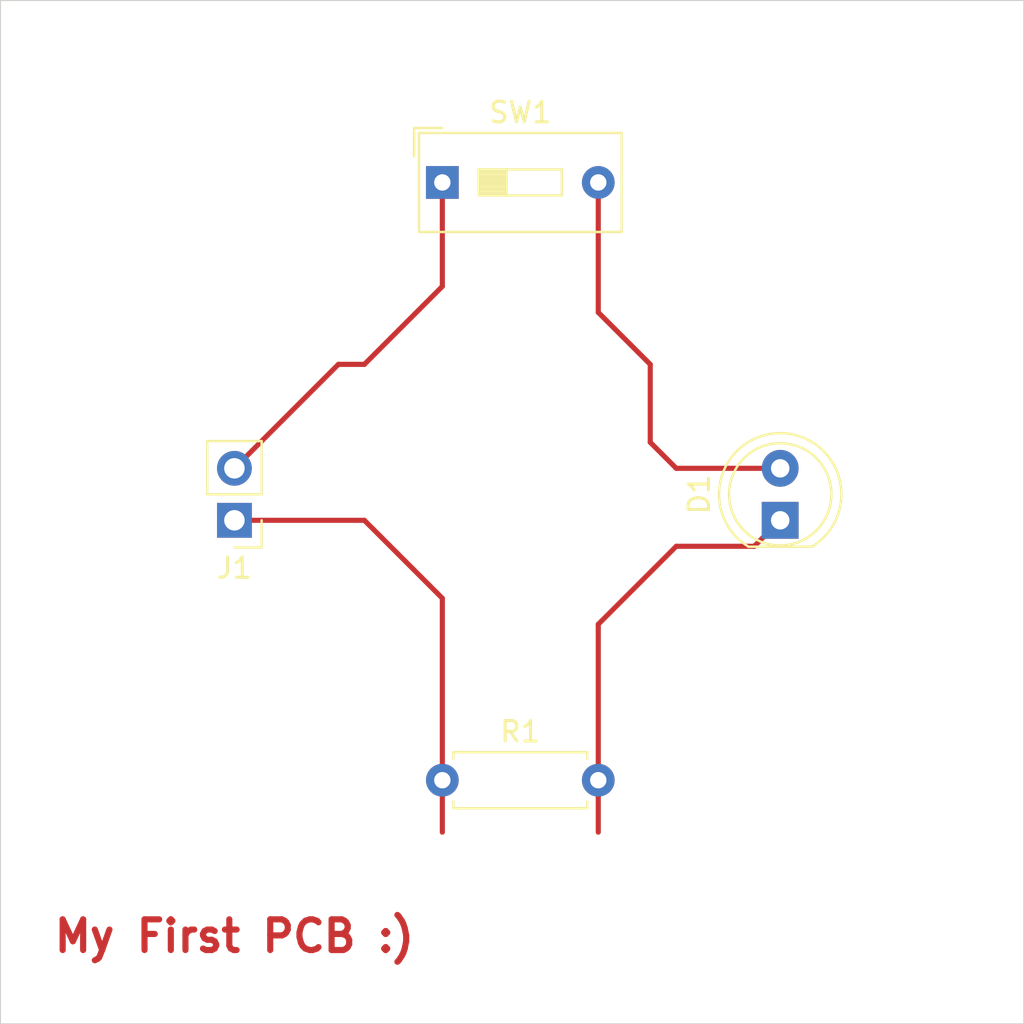
<source format=kicad_pcb>
(kicad_pcb (version 20171130) (host pcbnew "(5.1.10)-1")

  (general
    (thickness 1.6)
    (drawings 5)
    (tracks 16)
    (zones 0)
    (modules 4)
    (nets 5)
  )

  (page A4)
  (layers
    (0 F.Cu signal)
    (31 B.Cu signal)
    (32 B.Adhes user)
    (33 F.Adhes user)
    (34 B.Paste user)
    (35 F.Paste user)
    (36 B.SilkS user)
    (37 F.SilkS user)
    (38 B.Mask user)
    (39 F.Mask user)
    (40 Dwgs.User user)
    (41 Cmts.User user)
    (42 Eco1.User user)
    (43 Eco2.User user)
    (44 Edge.Cuts user)
    (45 Margin user)
    (46 B.CrtYd user)
    (47 F.CrtYd user)
    (48 B.Fab user)
    (49 F.Fab user)
  )

  (setup
    (last_trace_width 0.25)
    (trace_clearance 0.2)
    (zone_clearance 0.508)
    (zone_45_only no)
    (trace_min 0.2)
    (via_size 0.8)
    (via_drill 0.4)
    (via_min_size 0.4)
    (via_min_drill 0.3)
    (uvia_size 0.3)
    (uvia_drill 0.1)
    (uvias_allowed no)
    (uvia_min_size 0.2)
    (uvia_min_drill 0.1)
    (edge_width 0.05)
    (segment_width 0.2)
    (pcb_text_width 0.3)
    (pcb_text_size 1.5 1.5)
    (mod_edge_width 0.12)
    (mod_text_size 1 1)
    (mod_text_width 0.15)
    (pad_size 1.524 1.524)
    (pad_drill 0.762)
    (pad_to_mask_clearance 0)
    (aux_axis_origin 0 0)
    (visible_elements FFFFFF7F)
    (pcbplotparams
      (layerselection 0x010fc_ffffffff)
      (usegerberextensions false)
      (usegerberattributes true)
      (usegerberadvancedattributes true)
      (creategerberjobfile true)
      (excludeedgelayer true)
      (linewidth 0.100000)
      (plotframeref false)
      (viasonmask false)
      (mode 1)
      (useauxorigin false)
      (hpglpennumber 1)
      (hpglpenspeed 20)
      (hpglpendiameter 15.000000)
      (psnegative false)
      (psa4output false)
      (plotreference true)
      (plotvalue true)
      (plotinvisibletext false)
      (padsonsilk false)
      (subtractmaskfromsilk false)
      (outputformat 1)
      (mirror false)
      (drillshape 1)
      (scaleselection 1)
      (outputdirectory ""))
  )

  (net 0 "")
  (net 1 "Net-(D1-Pad2)")
  (net 2 "Net-(D1-Pad1)")
  (net 3 +5V)
  (net 4 GND)

  (net_class Default "This is the default net class."
    (clearance 0.2)
    (trace_width 0.25)
    (via_dia 0.8)
    (via_drill 0.4)
    (uvia_dia 0.3)
    (uvia_drill 0.1)
    (add_net +5V)
    (add_net GND)
    (add_net "Net-(D1-Pad1)")
    (add_net "Net-(D1-Pad2)")
  )

  (module Resistor_THT:R_Axial_DIN0207_L6.3mm_D2.5mm_P7.62mm_Horizontal (layer F.Cu) (tedit 5AE5139B) (tstamp 617503D9)
    (at 149.86 101.6)
    (descr "Resistor, Axial_DIN0207 series, Axial, Horizontal, pin pitch=7.62mm, 0.25W = 1/4W, length*diameter=6.3*2.5mm^2, http://cdn-reichelt.de/documents/datenblatt/B400/1_4W%23YAG.pdf")
    (tags "Resistor Axial_DIN0207 series Axial Horizontal pin pitch 7.62mm 0.25W = 1/4W length 6.3mm diameter 2.5mm")
    (path /61721176)
    (fp_text reference R1 (at 3.81 -2.37) (layer F.SilkS)
      (effects (font (size 1 1) (thickness 0.15)))
    )
    (fp_text value R (at 3.81 2.37) (layer F.Fab)
      (effects (font (size 1 1) (thickness 0.15)))
    )
    (fp_text user %R (at 3.81 0) (layer F.Fab)
      (effects (font (size 1 1) (thickness 0.15)))
    )
    (fp_line (start 0.66 -1.25) (end 0.66 1.25) (layer F.Fab) (width 0.1))
    (fp_line (start 0.66 1.25) (end 6.96 1.25) (layer F.Fab) (width 0.1))
    (fp_line (start 6.96 1.25) (end 6.96 -1.25) (layer F.Fab) (width 0.1))
    (fp_line (start 6.96 -1.25) (end 0.66 -1.25) (layer F.Fab) (width 0.1))
    (fp_line (start 0 0) (end 0.66 0) (layer F.Fab) (width 0.1))
    (fp_line (start 7.62 0) (end 6.96 0) (layer F.Fab) (width 0.1))
    (fp_line (start 0.54 -1.04) (end 0.54 -1.37) (layer F.SilkS) (width 0.12))
    (fp_line (start 0.54 -1.37) (end 7.08 -1.37) (layer F.SilkS) (width 0.12))
    (fp_line (start 7.08 -1.37) (end 7.08 -1.04) (layer F.SilkS) (width 0.12))
    (fp_line (start 0.54 1.04) (end 0.54 1.37) (layer F.SilkS) (width 0.12))
    (fp_line (start 0.54 1.37) (end 7.08 1.37) (layer F.SilkS) (width 0.12))
    (fp_line (start 7.08 1.37) (end 7.08 1.04) (layer F.SilkS) (width 0.12))
    (fp_line (start -1.05 -1.5) (end -1.05 1.5) (layer F.CrtYd) (width 0.05))
    (fp_line (start -1.05 1.5) (end 8.67 1.5) (layer F.CrtYd) (width 0.05))
    (fp_line (start 8.67 1.5) (end 8.67 -1.5) (layer F.CrtYd) (width 0.05))
    (fp_line (start 8.67 -1.5) (end -1.05 -1.5) (layer F.CrtYd) (width 0.05))
    (pad 2 thru_hole oval (at 7.62 0) (size 1.6 1.6) (drill 0.8) (layers *.Cu *.Mask)
      (net 2 "Net-(D1-Pad1)"))
    (pad 1 thru_hole circle (at 0 0) (size 1.6 1.6) (drill 0.8) (layers *.Cu *.Mask)
      (net 4 GND))
    (model ${KISYS3DMOD}/Resistor_THT.3dshapes/R_Axial_DIN0207_L6.3mm_D2.5mm_P7.62mm_Horizontal.wrl
      (at (xyz 0 0 0))
      (scale (xyz 1 1 1))
      (rotate (xyz 0 0 0))
    )
  )

  (module Connector_PinHeader_2.54mm:PinHeader_1x02_P2.54mm_Vertical (layer F.Cu) (tedit 59FED5CC) (tstamp 6174FE11)
    (at 139.7 88.9 180)
    (descr "Through hole straight pin header, 1x02, 2.54mm pitch, single row")
    (tags "Through hole pin header THT 1x02 2.54mm single row")
    (path /617579E7)
    (fp_text reference J1 (at 0 -2.33) (layer F.SilkS)
      (effects (font (size 1 1) (thickness 0.15)))
    )
    (fp_text value Screw_Terminal_01x02 (at 0 4.87) (layer F.Fab)
      (effects (font (size 1 1) (thickness 0.15)))
    )
    (fp_text user %R (at 0 1.27 90) (layer F.Fab)
      (effects (font (size 1 1) (thickness 0.15)))
    )
    (fp_line (start -0.635 -1.27) (end 1.27 -1.27) (layer F.Fab) (width 0.1))
    (fp_line (start 1.27 -1.27) (end 1.27 3.81) (layer F.Fab) (width 0.1))
    (fp_line (start 1.27 3.81) (end -1.27 3.81) (layer F.Fab) (width 0.1))
    (fp_line (start -1.27 3.81) (end -1.27 -0.635) (layer F.Fab) (width 0.1))
    (fp_line (start -1.27 -0.635) (end -0.635 -1.27) (layer F.Fab) (width 0.1))
    (fp_line (start -1.33 3.87) (end 1.33 3.87) (layer F.SilkS) (width 0.12))
    (fp_line (start -1.33 1.27) (end -1.33 3.87) (layer F.SilkS) (width 0.12))
    (fp_line (start 1.33 1.27) (end 1.33 3.87) (layer F.SilkS) (width 0.12))
    (fp_line (start -1.33 1.27) (end 1.33 1.27) (layer F.SilkS) (width 0.12))
    (fp_line (start -1.33 0) (end -1.33 -1.33) (layer F.SilkS) (width 0.12))
    (fp_line (start -1.33 -1.33) (end 0 -1.33) (layer F.SilkS) (width 0.12))
    (fp_line (start -1.8 -1.8) (end -1.8 4.35) (layer F.CrtYd) (width 0.05))
    (fp_line (start -1.8 4.35) (end 1.8 4.35) (layer F.CrtYd) (width 0.05))
    (fp_line (start 1.8 4.35) (end 1.8 -1.8) (layer F.CrtYd) (width 0.05))
    (fp_line (start 1.8 -1.8) (end -1.8 -1.8) (layer F.CrtYd) (width 0.05))
    (pad 2 thru_hole oval (at 0 2.54 180) (size 1.7 1.7) (drill 1) (layers *.Cu *.Mask)
      (net 3 +5V))
    (pad 1 thru_hole rect (at 0 0 180) (size 1.7 1.7) (drill 1) (layers *.Cu *.Mask)
      (net 4 GND))
    (model ${KISYS3DMOD}/Connector_PinHeader_2.54mm.3dshapes/PinHeader_1x02_P2.54mm_Vertical.wrl
      (at (xyz 0 0 0))
      (scale (xyz 1 1 1))
      (rotate (xyz 0 0 0))
    )
  )

  (module LED_THT:LED_D5.0mm (layer F.Cu) (tedit 5995936A) (tstamp 6174FB90)
    (at 166.37 88.9 90)
    (descr "LED, diameter 5.0mm, 2 pins, http://cdn-reichelt.de/documents/datenblatt/A500/LL-504BC2E-009.pdf")
    (tags "LED diameter 5.0mm 2 pins")
    (path /6171CD4A)
    (fp_text reference D1 (at 1.27 -3.96 90) (layer F.SilkS)
      (effects (font (size 1 1) (thickness 0.15)))
    )
    (fp_text value LED (at 1.27 3.96 90) (layer F.Fab)
      (effects (font (size 1 1) (thickness 0.15)))
    )
    (fp_text user %R (at 1.25 0 90) (layer F.Fab)
      (effects (font (size 0.8 0.8) (thickness 0.2)))
    )
    (fp_arc (start 1.27 0) (end -1.29 1.54483) (angle -148.9) (layer F.SilkS) (width 0.12))
    (fp_arc (start 1.27 0) (end -1.29 -1.54483) (angle 148.9) (layer F.SilkS) (width 0.12))
    (fp_arc (start 1.27 0) (end -1.23 -1.469694) (angle 299.1) (layer F.Fab) (width 0.1))
    (fp_circle (center 1.27 0) (end 3.77 0) (layer F.Fab) (width 0.1))
    (fp_circle (center 1.27 0) (end 3.77 0) (layer F.SilkS) (width 0.12))
    (fp_line (start -1.23 -1.469694) (end -1.23 1.469694) (layer F.Fab) (width 0.1))
    (fp_line (start -1.29 -1.545) (end -1.29 1.545) (layer F.SilkS) (width 0.12))
    (fp_line (start -1.95 -3.25) (end -1.95 3.25) (layer F.CrtYd) (width 0.05))
    (fp_line (start -1.95 3.25) (end 4.5 3.25) (layer F.CrtYd) (width 0.05))
    (fp_line (start 4.5 3.25) (end 4.5 -3.25) (layer F.CrtYd) (width 0.05))
    (fp_line (start 4.5 -3.25) (end -1.95 -3.25) (layer F.CrtYd) (width 0.05))
    (pad 2 thru_hole circle (at 2.54 0 90) (size 1.8 1.8) (drill 0.9) (layers *.Cu *.Mask)
      (net 1 "Net-(D1-Pad2)"))
    (pad 1 thru_hole rect (at 0 0 90) (size 1.8 1.8) (drill 0.9) (layers *.Cu *.Mask)
      (net 2 "Net-(D1-Pad1)"))
    (model ${KISYS3DMOD}/LED_THT.3dshapes/LED_D5.0mm.wrl
      (at (xyz 0 0 0))
      (scale (xyz 1 1 1))
      (rotate (xyz 0 0 0))
    )
  )

  (module Button_Switch_THT:SW_DIP_SPSTx01_Slide_9.78x4.72mm_W7.62mm_P2.54mm (layer F.Cu) (tedit 5A4E1404) (tstamp 6174F895)
    (at 149.86 72.39)
    (descr "1x-dip-switch SPST , Slide, row spacing 7.62 mm (300 mils), body size 9.78x4.72mm (see e.g. https://www.ctscorp.com/wp-content/uploads/206-208.pdf)")
    (tags "DIP Switch SPST Slide 7.62mm 300mil")
    (path /6172081D)
    (fp_text reference SW1 (at 3.81 -3.42) (layer F.SilkS)
      (effects (font (size 1 1) (thickness 0.15)))
    )
    (fp_text value SW_DIP_x01 (at 3.81 3.42) (layer F.Fab)
      (effects (font (size 1 1) (thickness 0.15)))
    )
    (fp_text user on (at 5.365 -1.4975) (layer F.Fab)
      (effects (font (size 0.6 0.6) (thickness 0.09)))
    )
    (fp_text user %R (at 7.27 0 90) (layer F.Fab)
      (effects (font (size 0.6 0.6) (thickness 0.09)))
    )
    (fp_line (start -0.08 -2.36) (end 8.7 -2.36) (layer F.Fab) (width 0.1))
    (fp_line (start 8.7 -2.36) (end 8.7 2.36) (layer F.Fab) (width 0.1))
    (fp_line (start 8.7 2.36) (end -1.08 2.36) (layer F.Fab) (width 0.1))
    (fp_line (start -1.08 2.36) (end -1.08 -1.36) (layer F.Fab) (width 0.1))
    (fp_line (start -1.08 -1.36) (end -0.08 -2.36) (layer F.Fab) (width 0.1))
    (fp_line (start 1.78 -0.635) (end 1.78 0.635) (layer F.Fab) (width 0.1))
    (fp_line (start 1.78 0.635) (end 5.84 0.635) (layer F.Fab) (width 0.1))
    (fp_line (start 5.84 0.635) (end 5.84 -0.635) (layer F.Fab) (width 0.1))
    (fp_line (start 5.84 -0.635) (end 1.78 -0.635) (layer F.Fab) (width 0.1))
    (fp_line (start 1.78 -0.535) (end 3.133333 -0.535) (layer F.Fab) (width 0.1))
    (fp_line (start 1.78 -0.435) (end 3.133333 -0.435) (layer F.Fab) (width 0.1))
    (fp_line (start 1.78 -0.335) (end 3.133333 -0.335) (layer F.Fab) (width 0.1))
    (fp_line (start 1.78 -0.235) (end 3.133333 -0.235) (layer F.Fab) (width 0.1))
    (fp_line (start 1.78 -0.135) (end 3.133333 -0.135) (layer F.Fab) (width 0.1))
    (fp_line (start 1.78 -0.035) (end 3.133333 -0.035) (layer F.Fab) (width 0.1))
    (fp_line (start 1.78 0.065) (end 3.133333 0.065) (layer F.Fab) (width 0.1))
    (fp_line (start 1.78 0.165) (end 3.133333 0.165) (layer F.Fab) (width 0.1))
    (fp_line (start 1.78 0.265) (end 3.133333 0.265) (layer F.Fab) (width 0.1))
    (fp_line (start 1.78 0.365) (end 3.133333 0.365) (layer F.Fab) (width 0.1))
    (fp_line (start 1.78 0.465) (end 3.133333 0.465) (layer F.Fab) (width 0.1))
    (fp_line (start 1.78 0.565) (end 3.133333 0.565) (layer F.Fab) (width 0.1))
    (fp_line (start 3.133333 -0.635) (end 3.133333 0.635) (layer F.Fab) (width 0.1))
    (fp_line (start -1.14 -2.42) (end 8.76 -2.42) (layer F.SilkS) (width 0.12))
    (fp_line (start -1.14 2.42) (end 8.76 2.42) (layer F.SilkS) (width 0.12))
    (fp_line (start -1.14 -2.42) (end -1.14 2.42) (layer F.SilkS) (width 0.12))
    (fp_line (start 8.76 -2.42) (end 8.76 2.42) (layer F.SilkS) (width 0.12))
    (fp_line (start -1.38 -2.66) (end 0.004 -2.66) (layer F.SilkS) (width 0.12))
    (fp_line (start -1.38 -2.66) (end -1.38 -1.277) (layer F.SilkS) (width 0.12))
    (fp_line (start 1.78 -0.635) (end 1.78 0.635) (layer F.SilkS) (width 0.12))
    (fp_line (start 1.78 0.635) (end 5.84 0.635) (layer F.SilkS) (width 0.12))
    (fp_line (start 5.84 0.635) (end 5.84 -0.635) (layer F.SilkS) (width 0.12))
    (fp_line (start 5.84 -0.635) (end 1.78 -0.635) (layer F.SilkS) (width 0.12))
    (fp_line (start 1.78 -0.515) (end 3.133333 -0.515) (layer F.SilkS) (width 0.12))
    (fp_line (start 1.78 -0.395) (end 3.133333 -0.395) (layer F.SilkS) (width 0.12))
    (fp_line (start 1.78 -0.275) (end 3.133333 -0.275) (layer F.SilkS) (width 0.12))
    (fp_line (start 1.78 -0.155) (end 3.133333 -0.155) (layer F.SilkS) (width 0.12))
    (fp_line (start 1.78 -0.035) (end 3.133333 -0.035) (layer F.SilkS) (width 0.12))
    (fp_line (start 1.78 0.085) (end 3.133333 0.085) (layer F.SilkS) (width 0.12))
    (fp_line (start 1.78 0.205) (end 3.133333 0.205) (layer F.SilkS) (width 0.12))
    (fp_line (start 1.78 0.325) (end 3.133333 0.325) (layer F.SilkS) (width 0.12))
    (fp_line (start 1.78 0.445) (end 3.133333 0.445) (layer F.SilkS) (width 0.12))
    (fp_line (start 1.78 0.565) (end 3.133333 0.565) (layer F.SilkS) (width 0.12))
    (fp_line (start 3.133333 -0.635) (end 3.133333 0.635) (layer F.SilkS) (width 0.12))
    (fp_line (start -1.35 -2.7) (end -1.35 2.7) (layer F.CrtYd) (width 0.05))
    (fp_line (start -1.35 2.7) (end 8.95 2.7) (layer F.CrtYd) (width 0.05))
    (fp_line (start 8.95 2.7) (end 8.95 -2.7) (layer F.CrtYd) (width 0.05))
    (fp_line (start 8.95 -2.7) (end -1.35 -2.7) (layer F.CrtYd) (width 0.05))
    (pad 2 thru_hole oval (at 7.62 0) (size 1.6 1.6) (drill 0.8) (layers *.Cu *.Mask)
      (net 1 "Net-(D1-Pad2)"))
    (pad 1 thru_hole rect (at 0 0) (size 1.6 1.6) (drill 0.8) (layers *.Cu *.Mask)
      (net 3 +5V))
    (model ${KISYS3DMOD}/Button_Switch_THT.3dshapes/SW_DIP_SPSTx01_Slide_9.78x4.72mm_W7.62mm_P2.54mm.wrl
      (at (xyz 0 0 0))
      (scale (xyz 1 1 1))
      (rotate (xyz 0 0 90))
    )
  )

  (gr_text "My First PCB :)" (at 139.7 109.22) (layer F.Cu)
    (effects (font (size 1.5 1.5) (thickness 0.3)))
  )
  (gr_line (start 128.27 113.5) (end 178.27 113.5) (layer Edge.Cuts) (width 0.05) (tstamp 61748FF7))
  (gr_line (start 128.27 113.5) (end 128.27 63.5) (layer Edge.Cuts) (width 0.05) (tstamp 61748FF7))
  (gr_line (start 178.27 113.5) (end 178.27 63.5) (layer Edge.Cuts) (width 0.05) (tstamp 61748FF7))
  (gr_line (start 128.27 63.5) (end 178.27 63.5) (layer Edge.Cuts) (width 0.05))

  (segment (start 157.48 72.39) (end 157.48 78.74) (width 0.25) (layer F.Cu) (net 1))
  (segment (start 157.48 78.74) (end 160.02 81.28) (width 0.25) (layer F.Cu) (net 1))
  (segment (start 160.02 81.28) (end 160.02 85.09) (width 0.25) (layer F.Cu) (net 1))
  (segment (start 161.29 86.36) (end 166.37 86.36) (width 0.25) (layer F.Cu) (net 1))
  (segment (start 160.02 85.09) (end 161.29 86.36) (width 0.25) (layer F.Cu) (net 1))
  (segment (start 157.48 104.14) (end 157.48 93.98) (width 0.25) (layer F.Cu) (net 2))
  (segment (start 157.48 93.98) (end 161.29 90.17) (width 0.25) (layer F.Cu) (net 2))
  (segment (start 165.1 90.17) (end 166.37 88.9) (width 0.25) (layer F.Cu) (net 2))
  (segment (start 161.29 90.17) (end 165.1 90.17) (width 0.25) (layer F.Cu) (net 2))
  (segment (start 149.86 72.39) (end 149.86 77.47) (width 0.25) (layer F.Cu) (net 3))
  (segment (start 149.86 77.47) (end 146.05 81.28) (width 0.25) (layer F.Cu) (net 3))
  (segment (start 144.78 81.28) (end 139.7 86.36) (width 0.25) (layer F.Cu) (net 3))
  (segment (start 146.05 81.28) (end 144.78 81.28) (width 0.25) (layer F.Cu) (net 3))
  (segment (start 146.05 88.9) (end 139.7 88.9) (width 0.25) (layer F.Cu) (net 4))
  (segment (start 149.86 92.71) (end 146.05 88.9) (width 0.25) (layer F.Cu) (net 4))
  (segment (start 149.86 104.14) (end 149.86 92.71) (width 0.25) (layer F.Cu) (net 4))

)

</source>
